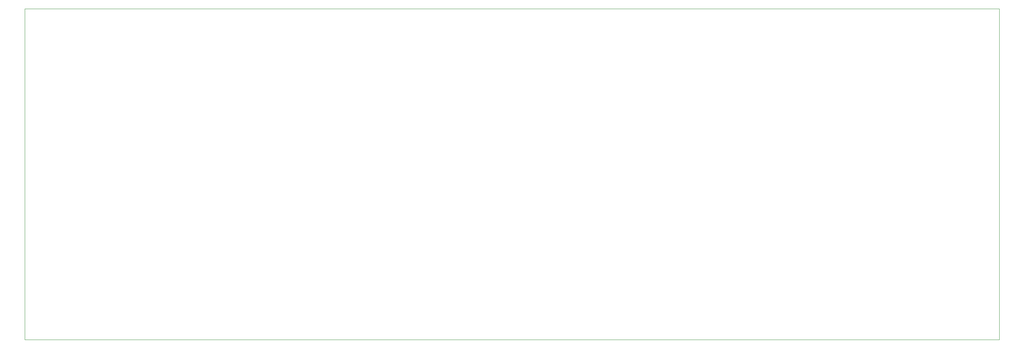
<source format=gm1>
%TF.GenerationSoftware,KiCad,Pcbnew,8.0.0*%
%TF.CreationDate,2024-03-10T17:47:14-04:00*%
%TF.ProjectId,my-split,6d792d73-706c-4697-942e-6b696361645f,rev?*%
%TF.SameCoordinates,Original*%
%TF.FileFunction,Profile,NP*%
%FSLAX46Y46*%
G04 Gerber Fmt 4.6, Leading zero omitted, Abs format (unit mm)*
G04 Created by KiCad (PCBNEW 8.0.0) date 2024-03-10 17:47:14*
%MOMM*%
%LPD*%
G01*
G04 APERTURE LIST*
%TA.AperFunction,Profile*%
%ADD10C,0.100000*%
%TD*%
G04 APERTURE END LIST*
D10*
X31920000Y-63890000D02*
X258645500Y-63890000D01*
X258645500Y-140852000D01*
X31920000Y-140852000D01*
X31920000Y-63890000D01*
M02*

</source>
